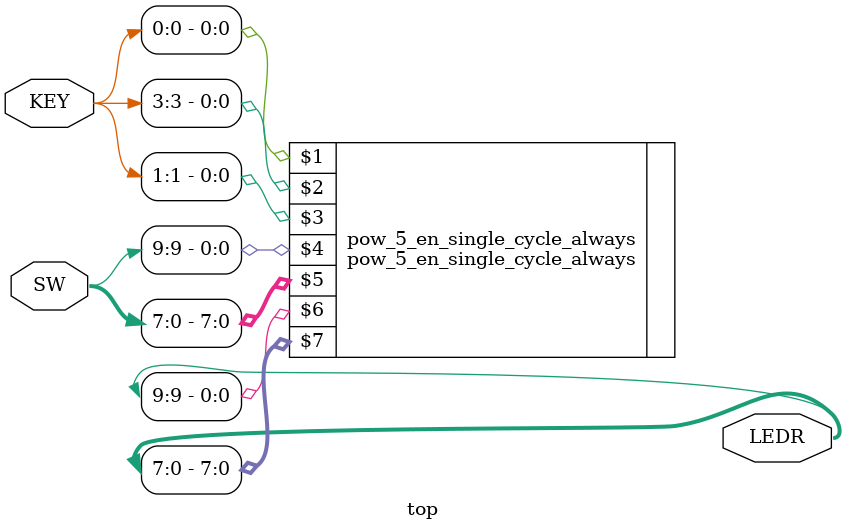
<source format=v>

module top (SW, KEY, LEDR);

	 input wire [9:0] SW;        // DE-series switches
    input wire [3:0] KEY;       // DE-series pushbuttons
	 
	 output wire [9:0] LEDR;     // DE-series LEDs   

    pow_5_en_single_cycle_always pow_5_en_single_cycle_always (KEY[0], KEY[3], KEY[1], SW[9], SW[7:0], LEDR[9], LEDR[7:0]);

endmodule


</source>
